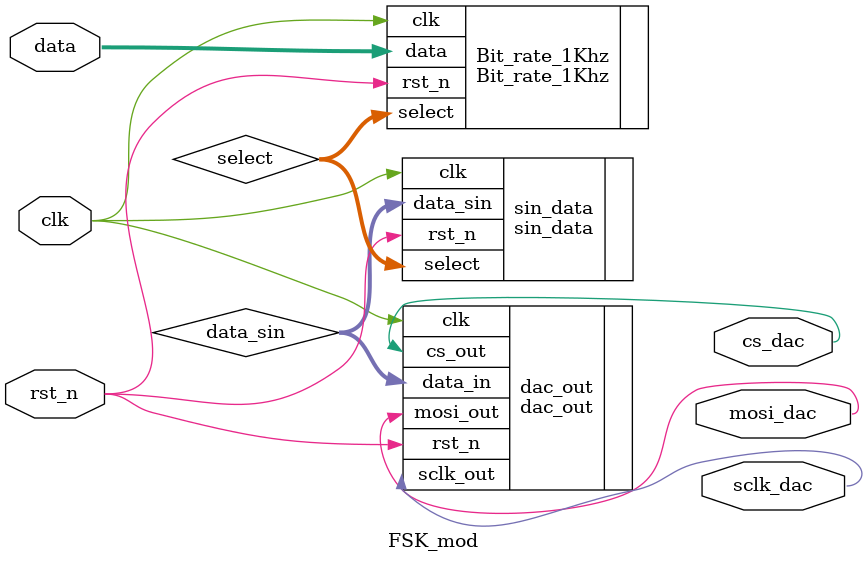
<source format=v>
/*
* @Author:				thien
* @Email:				thienndbkak61@gmail.com
* @Date:				2019-09-21 16:17:44
* @Last Modified by:	thien
* @Last Modified time:	2019-09-29 21:14:57
*/

module FSK_mod(
    input [7:0] data,
	input clk,
	input rst_n,
	output cs_dac,
	output sclk_dac,
	output mosi_dac 
	);
wire [11:0] data_sin;
wire [11:0] select;
Bit_rate_1Khz Bit_rate_1Khz (
	.data(data),
	.clk(clk),
	.rst_n(rst_n),
	.select(select)
	);

sin_data sin_data (
	.clk(clk),
	.rst_n(rst_n),
	.select(select),
	.data_sin(data_sin)
	);

dac_out dac_out (
	.clk(clk),
	.rst_n(rst_n),
	.data_in(data_sin),
	.mosi_out(mosi_dac),
	.cs_out(cs_dac),
	.sclk_out(sclk_dac)
	);
endmodule
</source>
